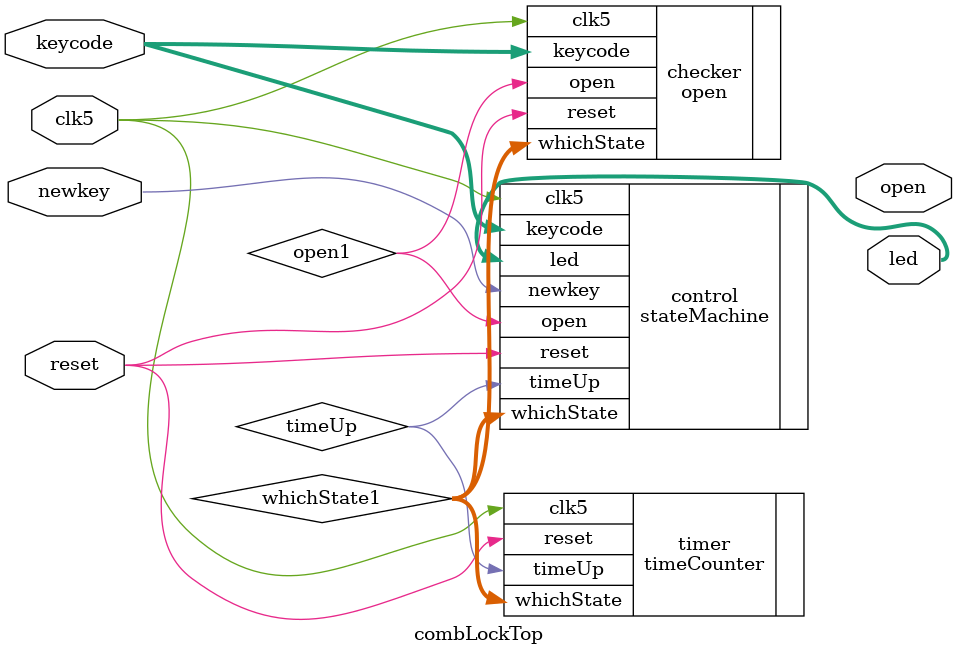
<source format=v>
`timescale 1ns / 1ps


module combLockTop(
    input clk5,
    input reset,
    input newkey,
    input [4:0] keycode,
    output [5:0] led,
	output open
    );
	
    wire [2:0] whichState1;
    
	timeCounter timer(
        .clk5(clk5),
        .reset(reset),
        .whichState(whichState1),
        .timeUp(timeUp)
        );
    
    stateMachine control(
        .keycode(keycode),
        .newkey(newkey),
        .open(open1),
        .timeUp(timeUp),
        .clk5(clk5),
        .reset(reset),
        .whichState(whichState1),
        .led(led)
        );
         
    open checker(
        .keycode(keycode),
        .whichState(whichState1),
        .clk5(clk5),
        .reset(reset),
        .open(open1)
        );
        
endmodule

</source>
